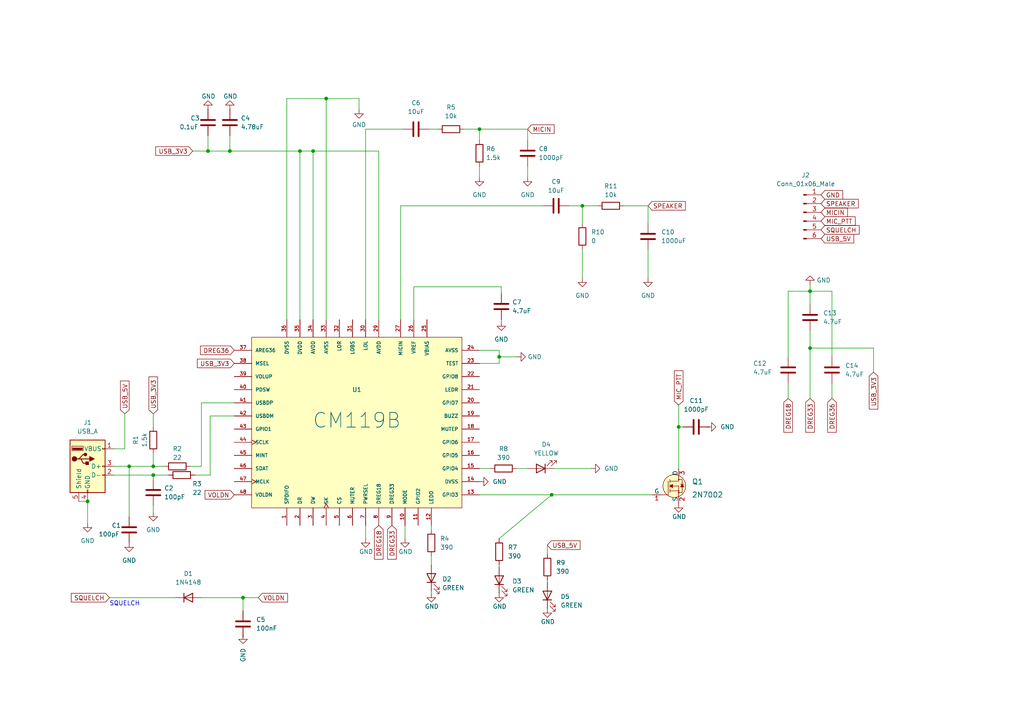
<source format=kicad_sch>
(kicad_sch (version 20211123) (generator eeschema)
  (paper "A4")
  (lib_symbols
    (symbol "CM119B:CM119B" (pin_names (offset 1.016))
      (property "Reference" "U?" (at 0 6.35 0))
      (property "Value" "CM119B" (at 0 -2.54 0))
      (symbol "CM119B_0_0"
        (rectangle (start -30.48 21.59) (end 30.48 -27.94) (stroke (width 0.1524)) (fill (type background)))
        (pin output line (at -20.32 -33.02 90) (length 5.08) (name "SPDIFO") (number "1"))
        (pin input line (at 13.97 -33.02 90) (length 5.08) (name "MODE") (number "10"))
        (pin bidirectional line (at 17.78 -33.02 90) (length 5.08) (name "GPIO2") (number "11"))
        (pin output line (at 21.59 -33.02 90) (length 5.08) (name "LEDO") (number "12"))
        (pin bidirectional line (at 35.56 -24.13 180) (length 5.08) (name "GPIO3") (number "13"))
        (pin power_in line (at 35.56 -20.32 180) (length 5.08) (name "DVSS") (number "14"))
        (pin bidirectional line (at 35.56 -16.51 180) (length 5.08) (name "GPIO4") (number "15"))
        (pin bidirectional line (at 35.56 -12.7 180) (length 5.08) (name "GPIO5") (number "16"))
        (pin bidirectional line (at 35.56 -8.89 180) (length 5.08) (name "GPIO6") (number "17"))
        (pin input line (at 35.56 -5.08 180) (length 5.08) (name "MUTEP") (number "18"))
        (pin output line (at 35.56 -1.27 180) (length 5.08) (name "BUZZ") (number "19"))
        (pin bidirectional line (at -16.51 -33.02 90) (length 5.08) (name "DR") (number "2"))
        (pin bidirectional line (at 35.56 2.54 180) (length 5.08) (name "GPIO7") (number "20"))
        (pin output line (at 35.56 6.35 180) (length 5.08) (name "LEDR") (number "21"))
        (pin bidirectional line (at 35.56 10.16 180) (length 5.08) (name "GPIO8") (number "22"))
        (pin input line (at 35.56 13.97 180) (length 5.08) (name "TEST") (number "23"))
        (pin power_in line (at 35.56 17.78 180) (length 5.08) (name "AVSS") (number "24"))
        (pin output line (at 20.32 26.67 270) (length 5.08) (name "VBIAS") (number "25"))
        (pin output line (at 16.51 26.67 270) (length 5.08) (name "VREF") (number "26"))
        (pin input line (at 12.7 26.67 270) (length 5.08) (name "MICIN") (number "27"))
        (pin power_in line (at 6.35 26.67 270) (length 5.08) (name "AVDD") (number "29"))
        (pin output line (at -12.7 -33.02 90) (length 5.08) (name "DW") (number "3"))
        (pin output line (at 2.54 26.67 270) (length 5.08) (name "LOL") (number "30"))
        (pin output line (at -1.27 26.67 270) (length 5.08) (name "LOBS") (number "31"))
        (pin output line (at -5.08 26.67 270) (length 5.08) (name "LOR") (number "32"))
        (pin power_in line (at -8.89 26.67 270) (length 5.08) (name "AVSS") (number "33"))
        (pin power_in line (at -12.7 26.67 270) (length 5.08) (name "AVDD") (number "34"))
        (pin power_in line (at -16.51 26.67 270) (length 5.08) (name "DVDD") (number "35"))
        (pin power_in line (at -20.32 26.67 270) (length 5.08) (name "DVSS") (number "36"))
        (pin power_in line (at -35.56 17.78 0) (length 5.08) (name "AREG36") (number "37"))
        (pin input line (at -35.56 13.97 0) (length 5.08) (name "MSEL") (number "38"))
        (pin input line (at -35.56 10.16 0) (length 5.08) (name "VOLUP") (number "39"))
        (pin output clock (at -8.89 -33.02 90) (length 5.08) (name "SK") (number "4"))
        (pin output line (at -35.56 6.35 0) (length 5.08) (name "PDSW") (number "40"))
        (pin bidirectional line (at -35.56 2.54 0) (length 5.08) (name "USBDP") (number "41"))
        (pin bidirectional line (at -35.56 -1.27 0) (length 5.08) (name "USBDM") (number "42"))
        (pin bidirectional line (at -35.56 -5.08 0) (length 5.08) (name "GPIO1") (number "43"))
        (pin bidirectional clock (at -35.56 -8.89 0) (length 5.08) (name "SCLK") (number "44"))
        (pin output line (at -35.56 -12.7 0) (length 5.08) (name "MINT") (number "45"))
        (pin bidirectional line (at -35.56 -16.51 0) (length 5.08) (name "SDAT") (number "46"))
        (pin output clock (at -35.56 -20.32 0) (length 5.08) (name "MCLK") (number "47"))
        (pin input line (at -35.56 -24.13 0) (length 5.08) (name "VOLDN") (number "48"))
        (pin output line (at -5.08 -33.02 90) (length 5.08) (name "CS") (number "5"))
        (pin input line (at -1.27 -33.02 90) (length 5.08) (name "MUTER") (number "6"))
        (pin input line (at 2.54 -33.02 90) (length 5.08) (name "PWRSEL") (number "7"))
        (pin power_in line (at 6.35 -33.02 90) (length 5.08) (name "DREG18") (number "8"))
        (pin power_in line (at 10.16 -33.02 90) (length 5.08) (name "DREG33") (number "9"))
      )
    )
    (symbol "Connector:Conn_01x06_Male" (pin_names (offset 1.016) hide)
      (property "Reference" "J" (at 0 7.62 0))
      (property "Value" "Conn_01x06_Male" (at 0 -10.16 0))
      (symbol "Conn_01x06_Male_1_1"
        (polyline (pts (xy 1.27 -7.62) (xy 0.8636 -7.62)) (stroke (width 0.1524)))
        (polyline (pts (xy 1.27 -5.08) (xy 0.8636 -5.08)) (stroke (width 0.1524)))
        (polyline (pts (xy 1.27 -2.54) (xy 0.8636 -2.54)) (stroke (width 0.1524)))
        (polyline (pts (xy 1.27 0) (xy 0.8636 0)) (stroke (width 0.1524)))
        (polyline (pts (xy 1.27 2.54) (xy 0.8636 2.54)) (stroke (width 0.1524)))
        (polyline (pts (xy 1.27 5.08) (xy 0.8636 5.08)) (stroke (width 0.1524)))
        (rectangle (start 0.8636 -7.493) (end 0 -7.747) (stroke (width 0.1524)) (fill (type outline)))
        (rectangle (start 0.8636 -4.953) (end 0 -5.207) (stroke (width 0.1524)) (fill (type outline)))
        (rectangle (start 0.8636 -2.413) (end 0 -2.667) (stroke (width 0.1524)) (fill (type outline)))
        (rectangle (start 0.8636 0.127) (end 0 -0.127) (stroke (width 0.1524)) (fill (type outline)))
        (rectangle (start 0.8636 2.667) (end 0 2.413) (stroke (width 0.1524)) (fill (type outline)))
        (rectangle (start 0.8636 5.207) (end 0 4.953) (stroke (width 0.1524)) (fill (type outline)))
        (pin passive line (at 5.08 5.08 180) (length 3.81) (name "Pin_1") (number "1"))
        (pin passive line (at 5.08 2.54 180) (length 3.81) (name "Pin_2") (number "2"))
        (pin passive line (at 5.08 0 180) (length 3.81) (name "Pin_3") (number "3"))
        (pin passive line (at 5.08 -2.54 180) (length 3.81) (name "Pin_4") (number "4"))
        (pin passive line (at 5.08 -5.08 180) (length 3.81) (name "Pin_5") (number "5"))
        (pin passive line (at 5.08 -7.62 180) (length 3.81) (name "Pin_6") (number "6"))
      )
    )
    (symbol "Connector:USB_A" (pin_names (offset 1.016))
      (property "Reference" "J" (at -5.08 11.43 0))
      (property "Value" "USB_A" (at -5.08 8.89 0))
      (symbol "USB_A_0_1"
        (rectangle (start -5.08 -7.62) (end 5.08 7.62) (stroke (width 0.254)) (fill (type background)))
        (circle (center -3.81 2.159) (radius 0.635) (stroke (width 0.254)) (fill (type outline)))
        (rectangle (start -1.524 4.826) (end -4.318 5.334) (fill (type outline)))
        (rectangle (start -1.27 4.572) (end -4.572 5.842))
        (circle (center -0.635 3.429) (radius 0.381) (stroke (width 0.254)) (fill (type outline)))
        (rectangle (start -0.127 -7.62) (end 0.127 -6.858))
        (polyline (pts (xy -3.175 2.159) (xy -2.54 2.159) (xy -1.27 3.429) (xy -0.635 3.429)) (stroke (width 0.254)))
        (polyline (pts (xy -2.54 2.159) (xy -1.905 2.159) (xy -1.27 0.889) (xy 0 0.889)) (stroke (width 0.254)))
        (polyline (pts (xy 0.635 2.794) (xy 0.635 1.524) (xy 1.905 2.159) (xy 0.635 2.794)) (stroke (width 0.254)) (fill (type outline)))
        (rectangle (start 0.254 1.27) (end -0.508 0.508) (stroke (width 0.254)) (fill (type outline)))
        (rectangle (start 5.08 -2.667) (end 4.318 -2.413))
        (rectangle (start 5.08 -0.127) (end 4.318 0.127))
        (rectangle (start 5.08 4.953) (end 4.318 5.207))
      )
      (symbol "USB_A_1_1"
        (polyline (pts (xy -1.905 2.159) (xy 0.635 2.159)) (stroke (width 0.254)))
        (pin power_in line (at 7.62 5.08 180) (length 2.54) (name "VBUS") (number "1"))
        (pin bidirectional line (at 7.62 -2.54 180) (length 2.54) (name "D-") (number "2"))
        (pin bidirectional line (at 7.62 0 180) (length 2.54) (name "D+") (number "3"))
        (pin power_in line (at 0 -10.16 90) (length 2.54) (name "GND") (number "4"))
        (pin passive line (at -2.54 -10.16 90) (length 2.54) (name "Shield") (number "5"))
      )
    )
    (symbol "Device:C" (pin_numbers hide) (pin_names (offset 0.254))
      (property "Reference" "C" (at 0.635 2.54 0))
      (property "Value" "C" (at 0.635 -2.54 0))
      (symbol "C_0_1"
        (polyline (pts (xy -2.032 -0.762) (xy 2.032 -0.762)) (stroke (width 0.508)))
        (polyline (pts (xy -2.032 0.762) (xy 2.032 0.762)) (stroke (width 0.508)))
      )
      (symbol "C_1_1"
        (pin passive line (at 0 3.81 270) (length 2.794) (name "~") (number "1"))
        (pin passive line (at 0 -3.81 90) (length 2.794) (name "~") (number "2"))
      )
    )
    (symbol "Device:LED" (pin_numbers hide) (pin_names (offset 1.016) hide)
      (property "Reference" "D" (at 0 2.54 0))
      (property "Value" "LED" (at 0 -2.54 0))
      (symbol "LED_0_1"
        (polyline (pts (xy -1.27 -1.27) (xy -1.27 1.27)) (stroke (width 0.254)))
        (polyline (pts (xy -1.27 0) (xy 1.27 0)))
        (polyline (pts (xy 1.27 -1.27) (xy 1.27 1.27) (xy -1.27 0) (xy 1.27 -1.27)) (stroke (width 0.254)))
        (polyline (pts (xy -3.048 -0.762) (xy -4.572 -2.286) (xy -3.81 -2.286) (xy -4.572 -2.286) (xy -4.572 -1.524)))
        (polyline (pts (xy -1.778 -0.762) (xy -3.302 -2.286) (xy -2.54 -2.286) (xy -3.302 -2.286) (xy -3.302 -1.524)))
      )
      (symbol "LED_1_1"
        (pin passive line (at -3.81 0 0) (length 2.54) (name "K") (number "1"))
        (pin passive line (at 3.81 0 180) (length 2.54) (name "A") (number "2"))
      )
    )
    (symbol "Device:R" (pin_numbers hide) (pin_names (offset 0))
      (property "Reference" "R" (at 2.032 0 90))
      (property "Value" "R" (at 0 0 90))
      (symbol "R_0_1"
        (rectangle (start -1.016 -2.54) (end 1.016 2.54) (stroke (width 0.254)))
      )
      (symbol "R_1_1"
        (pin passive line (at 0 3.81 270) (length 1.27) (name "~") (number "1"))
        (pin passive line (at 0 -3.81 90) (length 1.27) (name "~") (number "2"))
      )
    )
    (symbol "Diode:1N4148" (pin_numbers hide) (pin_names (offset 1.016) hide)
      (property "Reference" "D" (at 0 2.54 0))
      (property "Value" "1N4148" (at 0 -2.54 0))
      (symbol "1N4148_0_1"
        (polyline (pts (xy -1.27 1.27) (xy -1.27 -1.27)) (stroke (width 0.254)))
        (polyline (pts (xy 1.27 0) (xy -1.27 0)))
        (polyline (pts (xy 1.27 1.27) (xy 1.27 -1.27) (xy -1.27 0) (xy 1.27 1.27)) (stroke (width 0.254)))
      )
      (symbol "1N4148_1_1"
        (pin passive line (at -3.81 0 0) (length 2.54) (name "K") (number "1"))
        (pin passive line (at 3.81 0 180) (length 2.54) (name "A") (number "2"))
      )
    )
    (symbol "dk_Transistors-FETs-MOSFETs-Single:2N7002" (pin_names (offset 0))
      (property "Reference" "Q" (at -2.6924 3.6322 0))
      (property "Value" "2N7002" (at 3.4544 0 90))
      (symbol "2N7002_0_1"
        (circle (center -1.27 0) (radius 3.302) (fill (type background)))
        (circle (center 0 -1.905) (radius 0.127))
        (circle (center 0 -1.397) (radius 0.127))
        (polyline (pts (xy 0 -1.397) (xy -2.54 -1.397)))
        (polyline (pts (xy -5.08 -2.54) (xy -3.048 -2.54) (xy -3.048 1.397)))
        (polyline (pts (xy 0 -2.54) (xy 0 0) (xy -2.54 0)))
        (polyline (pts (xy 0 2.54) (xy 0 1.397) (xy -2.54 1.397)))
        (polyline (pts (xy -0.127 -1.905) (xy 1.016 -1.905) (xy 1.016 1.397) (xy 1.016 1.905) (xy -0.127 1.905)))
        (circle (center 0 1.905) (radius 0.127))
      )
      (symbol "2N7002_1_1"
        (polyline (pts (xy -2.54 -1.397) (xy -2.54 -1.905)))
        (polyline (pts (xy -2.54 -1.397) (xy -2.54 -0.889)))
        (polyline (pts (xy -2.54 0) (xy -2.54 -0.508)))
        (polyline (pts (xy -2.54 0) (xy -2.54 0.508)))
        (polyline (pts (xy -2.54 1.905) (xy -2.54 0.889)))
        (polyline (pts (xy 1.524 0.508) (xy 0.508 0.508)))
        (polyline (pts (xy -2.54 0) (xy -1.778 0.508) (xy -1.778 -0.508) (xy -2.54 0)) (fill (type outline)))
        (polyline (pts (xy 1.016 0.508) (xy 0.508 -0.254) (xy 1.524 -0.254) (xy 1.016 0.508)) (fill (type outline)))
        (pin bidirectional line (at -7.62 -2.54 0) (length 2.54) (name "G") (number "1"))
        (pin bidirectional line (at 0 -5.08 90) (length 2.54) (name "S") (number "2"))
        (pin bidirectional line (at 0 5.08 270) (length 2.54) (name "D") (number "3"))
      )
    )
    (symbol "power:GND" (power) (pin_names (offset 0))
      (property "Value" "GND" (at 0 -3.81 0))
      (symbol "GND_0_1"
        (polyline (pts (xy 0 0) (xy 0 -1.27) (xy 1.27 -1.27) (xy 0 -2.54) (xy -1.27 -1.27) (xy 0 -1.27)))
      )
      (symbol "GND_1_1"
        (pin power_in line (at 0 0 270) (length 0) hide (name "GND") (number "1"))
      )
    )
  )
  (junction (at 90.805 43.815))
  (junction (at 70.485 173.355))
  (junction (at 160.02 143.51))
  (junction (at 234.95 100.965))
  (junction (at 139.065 37.465))
  (junction (at 37.465 135.255))
  (junction (at 66.675 43.815))
  (junction (at 196.85 123.825))
  (junction (at 60.325 43.815))
  (junction (at 168.91 59.69))
  (junction (at 44.45 137.795))
  (junction (at 234.95 84.455))
  (junction (at 144.78 103.505))
  (junction (at 44.45 135.255))
  (junction (at 86.995 43.815))
  (junction (at 94.615 28.575))
  (junction (at 25.4 145.415))
  (wire (pts (xy 144.78 105.41) (xy 144.78 103.505)))
  (wire (pts (xy 145.415 92.71) (xy 145.415 93.345)))
  (wire (pts (xy 153.035 37.465) (xy 153.035 40.64)))
  (wire (pts (xy 58.42 135.255) (xy 58.42 116.84)))
  (wire (pts (xy 58.42 116.84) (xy 67.945 116.84)))
  (wire (pts (xy 139.065 105.41) (xy 144.78 105.41)))
  (wire (pts (xy 153.035 48.26) (xy 153.035 51.435)))
  (wire (pts (xy 83.185 92.71) (xy 83.185 28.575)))
  (wire (pts (xy 37.465 135.255) (xy 37.465 149.86)))
  (wire (pts (xy 90.805 43.815) (xy 109.855 43.815)))
  (wire (pts (xy 44.45 137.795) (xy 44.45 139.065)))
  (wire (pts (xy 124.46 37.465) (xy 127 37.465)))
  (wire (pts (xy 145.415 83.185) (xy 145.415 85.09)))
  (wire (pts (xy 134.62 37.465) (xy 139.065 37.465)))
  (wire (pts (xy 94.615 92.71) (xy 94.615 28.575)))
  (wire (pts (xy 31.75 173.355) (xy 50.8 173.355)))
  (wire (pts (xy 70.485 173.355) (xy 74.93 173.355)))
  (wire (pts (xy 165.1 59.69) (xy 168.91 59.69)))
  (wire (pts (xy 120.015 83.185) (xy 120.015 92.71)))
  (wire (pts (xy 139.065 135.89) (xy 142.24 135.89)))
  (wire (pts (xy 117.475 156.21) (xy 117.475 152.4)))
  (wire (pts (xy 44.45 120.015) (xy 44.45 123.825)))
  (wire (pts (xy 58.42 173.355) (xy 70.485 173.355)))
  (wire (pts (xy 228.6 84.455) (xy 234.95 84.455)))
  (wire (pts (xy 60.96 120.65) (xy 60.96 137.795)))
  (wire (pts (xy 139.065 143.51) (xy 160.02 143.51)))
  (wire (pts (xy 109.855 43.815) (xy 109.855 92.71)))
  (wire (pts (xy 44.45 137.795) (xy 48.895 137.795)))
  (wire (pts (xy 106.045 156.21) (xy 106.045 152.4)))
  (wire (pts (xy 168.91 72.39) (xy 168.91 80.645)))
  (wire (pts (xy 234.95 88.265) (xy 234.95 84.455)))
  (wire (pts (xy 187.96 59.69) (xy 187.96 64.77)))
  (wire (pts (xy 60.325 39.37) (xy 60.325 43.815)))
  (wire (pts (xy 70.485 173.355) (xy 70.485 177.165)))
  (wire (pts (xy 139.065 37.465) (xy 139.065 40.64)))
  (wire (pts (xy 187.96 72.39) (xy 187.96 80.645)))
  (wire (pts (xy 144.78 101.6) (xy 139.065 101.6)))
  (wire (pts (xy 198.12 123.825) (xy 196.85 123.825)))
  (wire (pts (xy 22.86 145.415) (xy 25.4 145.415)))
  (wire (pts (xy 196.85 117.475) (xy 196.85 123.825)))
  (wire (pts (xy 116.205 92.71) (xy 116.205 59.69)))
  (wire (pts (xy 125.095 161.29) (xy 125.095 163.83)))
  (wire (pts (xy 241.3 84.455) (xy 241.3 103.505)))
  (wire (pts (xy 44.45 135.255) (xy 47.625 135.255)))
  (wire (pts (xy 234.95 100.965) (xy 234.95 95.885)))
  (wire (pts (xy 234.95 82.55) (xy 234.95 84.455)))
  (wire (pts (xy 56.515 137.795) (xy 60.96 137.795)))
  (wire (pts (xy 120.015 83.185) (xy 145.415 83.185)))
  (wire (pts (xy 168.91 59.69) (xy 168.91 64.77)))
  (wire (pts (xy 55.245 135.255) (xy 58.42 135.255)))
  (wire (pts (xy 234.95 100.965) (xy 253.365 100.965)))
  (wire (pts (xy 37.465 135.255) (xy 44.45 135.255)))
  (wire (pts (xy 253.365 100.965) (xy 253.365 107.95)))
  (wire (pts (xy 55.88 43.815) (xy 60.325 43.815)))
  (wire (pts (xy 234.95 84.455) (xy 241.3 84.455)))
  (wire (pts (xy 36.195 120.015) (xy 36.195 130.175)))
  (wire (pts (xy 168.91 59.69) (xy 173.355 59.69)))
  (wire (pts (xy 94.615 28.575) (xy 104.14 28.575)))
  (wire (pts (xy 83.185 28.575) (xy 94.615 28.575)))
  (wire (pts (xy 196.85 135.89) (xy 196.85 123.825)))
  (wire (pts (xy 160.02 143.51) (xy 189.23 143.51)))
  (wire (pts (xy 106.045 37.465) (xy 116.84 37.465)))
  (wire (pts (xy 60.325 43.815) (xy 66.675 43.815)))
  (wire (pts (xy 33.02 130.175) (xy 36.195 130.175)))
  (wire (pts (xy 125.095 152.4) (xy 125.095 153.67)))
  (wire (pts (xy 33.02 135.255) (xy 37.465 135.255)))
  (wire (pts (xy 70.485 184.785) (xy 70.485 184.15)))
  (wire (pts (xy 139.065 37.465) (xy 153.035 37.465)))
  (wire (pts (xy 90.805 92.71) (xy 90.805 43.815)))
  (wire (pts (xy 158.75 158.115) (xy 158.75 160.655)))
  (wire (pts (xy 144.78 103.505) (xy 149.86 103.505)))
  (wire (pts (xy 144.78 163.83) (xy 144.78 164.465)))
  (wire (pts (xy 180.975 59.69) (xy 187.96 59.69)))
  (wire (pts (xy 241.3 111.125) (xy 241.3 115.57)))
  (wire (pts (xy 116.205 59.69) (xy 157.48 59.69)))
  (wire (pts (xy 106.045 92.71) (xy 106.045 37.465)))
  (wire (pts (xy 205.74 123.825) (xy 205.105 123.825)))
  (wire (pts (xy 25.4 145.415) (xy 25.4 151.765)))
  (wire (pts (xy 160.02 143.51) (xy 144.78 156.21)))
  (wire (pts (xy 160.655 135.89) (xy 171.45 135.89)))
  (wire (pts (xy 139.065 48.26) (xy 139.065 51.435)))
  (wire (pts (xy 158.75 168.275) (xy 158.75 168.91)))
  (wire (pts (xy 228.6 111.125) (xy 228.6 115.57)))
  (wire (pts (xy 228.6 103.505) (xy 228.6 84.455)))
  (wire (pts (xy 44.45 137.795) (xy 33.02 137.795)))
  (wire (pts (xy 86.995 92.71) (xy 86.995 43.815)))
  (wire (pts (xy 86.995 43.815) (xy 90.805 43.815)))
  (wire (pts (xy 149.86 135.89) (xy 153.035 135.89)))
  (wire (pts (xy 44.45 146.685) (xy 44.45 148.59)))
  (wire (pts (xy 67.945 120.65) (xy 60.96 120.65)))
  (wire (pts (xy 144.78 103.505) (xy 144.78 101.6)))
  (wire (pts (xy 66.675 43.815) (xy 86.995 43.815)))
  (wire (pts (xy 125.095 171.45) (xy 125.095 172.085)))
  (wire (pts (xy 66.675 39.37) (xy 66.675 43.815)))
  (wire (pts (xy 44.45 131.445) (xy 44.45 135.255)))
  (wire (pts (xy 234.95 100.965) (xy 234.95 115.57)))
  (wire (pts (xy 104.14 28.575) (xy 104.14 31.75)))
  (text "SQUELCH" (at 31.75 175.895 0) (effects (font (size 1.27 1.27)) (justify left bottom)))
  (global_label "MIC_PTT" (shape input) (at 196.85 117.475 90) (property "Intersheet References" "${INTERSHEET_REFS}" (effects hide)))
  (global_label "MICIN" (shape input) (at 238.125 61.595 0) (property "Intersheet References" "${INTERSHEET_REFS}" (effects hide)))
  (global_label "VOLDN" (shape input) (at 74.93 173.355 0) (property "Intersheet References" "${INTERSHEET_REFS}" (effects hide)))
  (global_label "USB_5V" (shape input) (at 36.195 120.015 90) (property "Intersheet References" "${INTERSHEET_REFS}" (effects hide)))
  (global_label "DREG36" (shape input) (at 67.945 101.6 180) (property "Intersheet References" "${INTERSHEET_REFS}" (effects hide)))
  (global_label "SPEAKER" (shape input) (at 187.96 59.69 0) (property "Intersheet References" "${INTERSHEET_REFS}" (effects hide)))
  (global_label "MICIN" (shape input) (at 153.035 37.465 0) (property "Intersheet References" "${INTERSHEET_REFS}" (effects hide)))
  (global_label "USB_5V" (shape input) (at 158.75 158.115 0) (property "Intersheet References" "${INTERSHEET_REFS}" (effects hide)))
  (global_label "DREG33" (shape input) (at 113.665 152.4 270) (property "Intersheet References" "${INTERSHEET_REFS}" (effects hide)))
  (global_label "SQUELCH" (shape input) (at 238.125 66.675 0) (property "Intersheet References" "${INTERSHEET_REFS}" (effects hide)))
  (global_label "DREG18" (shape input) (at 109.855 152.4 270) (property "Intersheet References" "${INTERSHEET_REFS}" (effects hide)))
  (global_label "DREG33" (shape input) (at 234.95 115.57 270) (property "Intersheet References" "${INTERSHEET_REFS}" (effects hide)))
  (global_label "USB_3V3" (shape input) (at 44.45 120.015 90) (property "Intersheet References" "${INTERSHEET_REFS}" (effects hide)))
  (global_label "SPEAKER" (shape input) (at 238.125 59.055 0) (property "Intersheet References" "${INTERSHEET_REFS}" (effects hide)))
  (global_label "USB_3V3" (shape input) (at 253.365 107.95 270) (property "Intersheet References" "${INTERSHEET_REFS}" (effects hide)))
  (global_label "DREG18" (shape input) (at 228.6 115.57 270) (property "Intersheet References" "${INTERSHEET_REFS}" (effects hide)))
  (global_label "GND" (shape input) (at 238.125 56.515 0) (property "Intersheet References" "${INTERSHEET_REFS}" (effects hide)))
  (global_label "USB_3V3" (shape input) (at 67.945 105.41 180) (property "Intersheet References" "${INTERSHEET_REFS}" (effects hide)))
  (global_label "USB_3V3" (shape input) (at 55.88 43.815 180) (property "Intersheet References" "${INTERSHEET_REFS}" (effects hide)))
  (global_label "DREG36" (shape input) (at 241.3 115.57 270) (property "Intersheet References" "${INTERSHEET_REFS}" (effects hide)))
  (global_label "MIC_PTT" (shape input) (at 238.125 64.135 0) (property "Intersheet References" "${INTERSHEET_REFS}" (effects hide)))
  (global_label "VOLDN" (shape input) (at 67.945 143.51 180) (property "Intersheet References" "${INTERSHEET_REFS}" (effects hide)))
  (global_label "SQUELCH" (shape input) (at 31.75 173.355 180) (property "Intersheet References" "${INTERSHEET_REFS}" (effects hide)))
  (global_label "USB_5V" (shape input) (at 238.125 69.215 0) (property "Intersheet References" "${INTERSHEET_REFS}" (effects hide)))
  (symbol (lib_id "power:GND") (at 125.095 172.085 0) (unit 1)
    (property "Reference" "#PWR010" (effects hide))
    (property "Value" "GND" (at 123.19 175.895 0) (effects (justify left)))
  )
  (symbol (lib_id "Device:C") (at 161.29 59.69 270) (unit 1)
    (property "Reference" "C9" (at 161.29 52.705 90))
    (property "Value" "10uF" (at 161.29 55.245 90))
    (property "Footprint" "Capacitor_SMD:C_0402_1005Metric" (effects hide))
  )
  (symbol (lib_id "power:GND") (at 158.75 176.53 0) (unit 1)
    (property "Reference" "#PWR017" (effects hide))
    (property "Value" "GND" (at 156.845 180.34 0) (effects (justify left)))
  )
  (symbol (lib_id "power:GND") (at 139.065 139.7 90) (unit 1)
    (property "Reference" "#PWR012" (effects hide))
    (property "Value" "GND" (at 142.875 139.6999 90) (effects (justify right)))
  )
  (symbol (lib_id "Device:R") (at 125.095 157.48 0) (unit 1)
    (property "Reference" "R4" (at 127.635 156.2099 0) (effects (justify left)))
    (property "Value" "390" (at 127.635 158.7499 0) (effects (justify left)))
    (property "Footprint" "Resistor_SMD:R_0402_1005Metric" (effects hide))
    (property "Datasheet" "https://www.yageo.com/upload/media/product/productsearch/datasheet/rchip/PYu-RT_1-to-0.01_RoHS_L_12.pdf" (effects hide))
    (property "Digi-Key_PN" "13-RT0402FRE07390RLTR-ND" (effects hide))
    (property "MANUFACTURER" "YAGEO" (effects hide))
    (property "MPN" "RT0402FRE07390RL" (effects hide))
  )
  (symbol (lib_id "power:GND") (at 205.105 123.825 90) (unit 1)
    (property "Reference" "#PWR022" (effects hide))
    (property "Value" "GND" (at 208.915 123.8249 90) (effects (justify right)))
  )
  (symbol (lib_id "Device:R") (at 158.75 164.465 0) (unit 1)
    (property "Reference" "R9" (at 161.29 163.1949 0) (effects (justify left)))
    (property "Value" "390" (at 161.29 165.7349 0) (effects (justify left)))
    (property "Footprint" "Resistor_SMD:R_0402_1005Metric" (effects hide))
    (property "Datasheet" "https://www.yageo.com/upload/media/product/productsearch/datasheet/rchip/PYu-RT_1-to-0.01_RoHS_L_12.pdf" (effects hide))
    (property "Digi-Key_PN" "13-RT0402FRE07390RLTR-ND" (effects hide))
    (property "MANUFACTURER" "YAGEO" (effects hide))
    (property "MPN" "RT0402FRE07390RL" (effects hide))
  )
  (symbol (lib_id "Device:R") (at 130.81 37.465 90) (unit 1)
    (property "Reference" "R5" (at 130.81 31.115 90))
    (property "Value" "10k" (at 130.81 33.655 90))
    (property "Footprint" "Resistor_SMD:R_0402_1005Metric" (effects hide))
    (property "MANUFACTURER" "YAGEO" (effects hide))
  )
  (symbol (lib_id "Device:C") (at 120.65 37.465 90) (unit 1)
    (property "Reference" "C6" (at 120.65 29.845 90))
    (property "Value" "10uF" (at 120.65 32.385 90))
    (property "Footprint" "Capacitor_SMD:C_0402_1005Metric" (effects hide))
  )
  (symbol (lib_id "power:GND") (at 168.91 80.645 0) (unit 1)
    (property "Reference" "#PWR018" (effects hide))
    (property "Value" "GND" (at 168.91 85.725 0))
  )
  (symbol (lib_id "Device:C") (at 60.325 35.56 0) (unit 1)
    (property "Reference" "C3" (at 55.245 34.29 0) (effects (justify left)))
    (property "Value" "0.1uF" (at 52.07 36.83 0) (effects (justify left)))
    (property "Footprint" "Capacitor_SMD:C_0402_1005Metric" (effects hide))
    (property "Datasheet" "https://connect.kemet.com:7667/gateway/IntelliData-ComponentDocumentation/1.0/download/datasheet/C0402C104J4RACTU" (effects hide))
    (property "Manufacturer" "KEMET" (effects hide))
    (property "MPN" "C0402C104J4RAC7867" (effects hide))
    (property "Digi-Key_PN" "399-C0402C104J4RAC7867TR-ND" (effects hide))
    (property "MANUFACTURER" "KEMET" (effects hide))
  )
  (symbol (lib_id "Device:LED") (at 156.845 135.89 180) (unit 1)
    (property "Reference" "D4" (at 158.4325 128.905 0))
    (property "Value" "YELLOW" (at 158.4325 131.445 0))
    (property "Footprint" "LED_SMD:LED_0603_1608Metric" (effects hide))
  )
  (symbol (lib_id "power:GND") (at 25.4 151.765 0) (unit 1)
    (property "Reference" "#PWR01" (effects hide))
    (property "Value" "GND" (at 25.4 156.845 0))
  )
  (symbol (lib_id "power:GND") (at 139.065 51.435 0) (unit 1)
    (property "Reference" "#PWR011" (effects hide))
    (property "Value" "GND" (at 139.065 56.515 0))
  )
  (symbol (lib_id "Device:C") (at 234.95 92.075 180) (unit 1)
    (property "Reference" "C13" (at 238.76 90.8049 0) (effects (justify right)))
    (property "Value" "4.7uF" (at 238.76 93.3449 0) (effects (justify right)))
    (property "Footprint" "Capacitor_SMD:C_0402_1005Metric" (effects hide))
  )
  (symbol (lib_id "dk_Transistors-FETs-MOSFETs-Single:2N7002") (at 196.85 140.97 0) (unit 1)
    (property "Reference" "Q1" (at 200.66 139.7 0) (effects (font (size 1.524 1.524)) (justify left)))
    (property "Value" "2N7002" (at 200.66 143.51 0) (effects (font (size 1.524 1.524)) (justify left)))
    (property "Footprint" "Package_TO_SOT_SMD:SOT-23" (effects hide))
    (property "Datasheet" "https://www.onsemi.com/pub/Collateral/NDS7002A-D.PDF" (effects hide))
    (property "Digi-Key_PN" "497-3111-2-ND" (effects hide))
    (property "MPN" "2N7002" (effects hide))
    (property "Category" "Discrete Semiconductor Products" (effects hide))
    (property "Family" "Transistors - FETs, MOSFETs - Single" (effects hide))
    (property "DK_Datasheet_Link" "https://www.onsemi.com/pub/Collateral/NDS7002A-D.PDF" (effects hide))
    (property "DK_Detail_Page" "/product-detail/en/on-semiconductor/2N7002/2N7002NCT-ND/244664" (effects hide))
    (property "Description" "MOSFET N-CH 60V 115MA SOT-23" (effects hide))
    (property "Manufacturer" "ON Semiconductor" (effects hide))
    (property "Status" "Active" (effects hide))
    (property "MANUFACTURER" "STMicroelectronics" (effects hide))
  )
  (symbol (lib_id "power:GND") (at 117.475 156.21 0) (unit 1)
    (property "Reference" "#PWR09" (effects hide))
    (property "Value" "GND" (at 115.57 160.02 0) (effects (justify left)))
  )
  (symbol (lib_id "Device:C") (at 187.96 68.58 0) (unit 1)
    (property "Reference" "C10" (at 191.77 67.3099 0) (effects (justify left)))
    (property "Value" "1000uF" (at 191.77 69.8499 0) (effects (justify left)))
    (property "Footprint" "Resistor_SMD:R_0402_1005Metric" (effects hide))
    (property "MANUFACTURER" "YAGEO" (effects hide))
  )
  (symbol (lib_id "power:GND") (at 60.325 31.75 180) (unit 1)
    (property "Reference" "#PWR04" (effects hide))
    (property "Value" "GND" (at 58.42 27.94 0) (effects (justify right)))
  )
  (symbol (lib_id "power:GND") (at 37.465 157.48 0) (unit 1)
    (property "Reference" "#PWR02" (effects hide))
    (property "Value" "GND" (at 37.465 162.56 0))
  )
  (symbol (lib_id "Device:C") (at 66.675 35.56 0) (unit 1)
    (property "Reference" "C4" (at 69.85 34.2899 0) (effects (justify left)))
    (property "Value" "4.78uF" (at 69.85 36.8299 0) (effects (justify left)))
    (property "Footprint" "Capacitor_SMD:C_0402_1005Metric" (effects hide))
  )
  (symbol (lib_id "Device:R") (at 177.165 59.69 90) (unit 1)
    (property "Reference" "R11" (at 177.165 53.975 90))
    (property "Value" "10k" (at 177.165 56.515 90))
    (property "Footprint" "Resistor_SMD:R_0402_1005Metric" (effects hide))
    (property "MANUFACTURER" "YAGEO" (effects hide))
  )
  (symbol (lib_id "Device:R") (at 144.78 160.02 0) (unit 1)
    (property "Reference" "R7" (at 147.32 158.7499 0) (effects (justify left)))
    (property "Value" "390" (at 147.32 161.2899 0) (effects (justify left)))
    (property "Footprint" "Resistor_SMD:R_0402_1005Metric" (effects hide))
    (property "Datasheet" "https://www.yageo.com/upload/media/product/productsearch/datasheet/rchip/PYu-RT_1-to-0.01_RoHS_L_12.pdf" (effects hide))
    (property "Digi-Key_PN" "13-RT0402FRE07390RLTR-ND" (effects hide))
    (property "MANUFACTURER" "YAGEO" (effects hide))
    (property "MPN" "RT0402FRE07390RL" (effects hide))
  )
  (symbol (lib_id "power:GND") (at 66.675 31.75 180) (unit 1)
    (property "Reference" "#PWR05" (effects hide))
    (property "Value" "GND" (at 64.77 27.94 0) (effects (justify right)))
  )
  (symbol (lib_id "power:GND") (at 104.14 31.75 0) (unit 1)
    (property "Reference" "#PWR07" (effects hide))
    (property "Value" "GND" (at 104.14 36.195 0))
  )
  (symbol (lib_id "power:GND") (at 70.485 184.15 0) (unit 1)
    (property "Reference" "#PWR06" (effects hide))
    (property "Value" "GND" (at 70.4851 187.96 90) (effects (justify right)))
  )
  (symbol (lib_id "Device:LED") (at 158.75 172.72 90) (unit 1)
    (property "Reference" "D5" (at 162.56 173.0374 90) (effects (justify right)))
    (property "Value" "GREEN" (at 162.56 175.5774 90) (effects (justify right)))
    (property "Footprint" "LED_SMD:LED_0603_1608Metric" (effects hide))
  )
  (symbol (lib_id "Device:C") (at 37.465 153.67 0) (unit 1)
    (property "Reference" "C1" (at 32.385 152.4 0) (effects (justify left)))
    (property "Value" "100pF" (at 28.575 154.94 0) (effects (justify left)))
    (property "Footprint" "Capacitor_SMD:C_0402_1005Metric" (effects hide))
  )
  (symbol (lib_id "Device:R") (at 146.05 135.89 90) (unit 1)
    (property "Reference" "R8" (at 146.05 130.175 90))
    (property "Value" "390" (at 146.05 132.715 90))
    (property "Footprint" "Resistor_SMD:R_0402_1005Metric" (effects hide))
    (property "Datasheet" "https://www.yageo.com/upload/media/product/productsearch/datasheet/rchip/PYu-RT_1-to-0.01_RoHS_L_12.pdf" (effects hide))
    (property "Digi-Key_PN" "13-RT0402FRE07390RLTR-ND" (effects hide))
    (property "MANUFACTURER" "YAGEO" (effects hide))
    (property "MPN" "RT0402FRE07390RL" (effects hide))
  )
  (symbol (lib_id "power:GND") (at 145.415 93.345 0) (unit 1)
    (property "Reference" "#PWR014" (effects hide))
    (property "Value" "GND" (at 145.415 98.425 0))
  )
  (symbol (lib_id "power:GND") (at 153.035 51.435 0) (unit 1)
    (property "Reference" "#PWR016" (effects hide))
    (property "Value" "GND" (at 153.035 56.515 0))
  )
  (symbol (lib_id "Device:C") (at 44.45 142.875 0) (unit 1)
    (property "Reference" "C2" (at 47.625 141.605 0) (effects (justify left)))
    (property "Value" "100pF" (at 47.625 144.145 0) (effects (justify left)))
    (property "Footprint" "Capacitor_SMD:C_0402_1005Metric" (effects hide))
  )
  (symbol (lib_id "power:GND") (at 106.045 156.21 0) (unit 1)
    (property "Reference" "#PWR08" (effects hide))
    (property "Value" "GND" (at 104.14 160.02 0) (effects (justify left)))
  )
  (symbol (lib_id "power:GND") (at 171.45 135.89 90) (unit 1)
    (property "Reference" "#PWR019" (effects hide))
    (property "Value" "GND" (at 175.26 135.8899 90) (effects (justify right)))
  )
  (symbol (lib_id "Device:R") (at 168.91 68.58 0) (unit 1)
    (property "Reference" "R10" (at 171.45 67.3099 0) (effects (justify left)))
    (property "Value" "0" (at 171.45 69.8499 0) (effects (justify left)))
    (property "Footprint" "Resistor_SMD:R_0402_1005Metric" (effects hide))
    (property "MANUFACTURER" "YAGEO" (effects hide))
  )
  (symbol (lib_id "Device:C") (at 153.035 44.45 0) (unit 1)
    (property "Reference" "C8" (at 156.21 43.1799 0) (effects (justify left)))
    (property "Value" "1000pF" (at 156.21 45.7199 0) (effects (justify left)))
    (property "Footprint" "Capacitor_SMD:C_0402_1005Metric" (effects hide))
  )
  (symbol (lib_id "power:GND") (at 144.78 172.085 0) (unit 1)
    (property "Reference" "#PWR013" (effects hide))
    (property "Value" "GND" (at 142.875 175.895 0) (effects (justify left)))
  )
  (symbol (lib_id "Device:C") (at 228.6 107.315 180) (unit 1)
    (property "Reference" "C12" (at 218.44 105.41 0) (effects (justify right)))
    (property "Value" "4.7uF" (at 218.44 107.95 0) (effects (justify right)))
    (property "Footprint" "Capacitor_SMD:C_0402_1005Metric" (effects hide))
  )
  (symbol (lib_id "Device:R") (at 51.435 135.255 90) (unit 1)
    (property "Reference" "R2" (at 51.435 130.175 90))
    (property "Value" "22" (at 51.435 132.715 90))
    (property "Footprint" "Resistor_SMD:R_0402_1005Metric" (effects hide))
    (property "MANUFACTURER" "YAGEO" (effects hide))
  )
  (symbol (lib_id "Device:C") (at 70.485 180.975 0) (unit 1)
    (property "Reference" "C5" (at 74.295 179.7049 0) (effects (justify left)))
    (property "Value" "100nF" (at 74.295 182.2449 0) (effects (justify left)))
    (property "Footprint" "Capacitor_SMD:C_0402_1005Metric" (effects hide))
  )
  (symbol (lib_id "power:GND") (at 44.45 148.59 0) (unit 1)
    (property "Reference" "#PWR03" (effects hide))
    (property "Value" "GND" (at 44.45 153.67 0))
  )
  (symbol (lib_id "Device:R") (at 52.705 137.795 90) (unit 1)
    (property "Reference" "R3" (at 57.15 140.335 90))
    (property "Value" "22" (at 57.15 142.875 90))
    (property "Footprint" "Resistor_SMD:R_0402_1005Metric" (effects hide))
    (property "MANUFACTURER" "YAGEO" (effects hide))
  )
  (symbol (lib_id "Device:C") (at 201.93 123.825 90) (unit 1)
    (property "Reference" "C11" (at 201.93 116.205 90))
    (property "Value" "1000pF" (at 201.93 118.745 90))
    (property "Footprint" "Capacitor_SMD:C_0402_1005Metric" (effects hide))
  )
  (symbol (lib_id "power:GND") (at 187.96 80.645 0) (unit 1)
    (property "Reference" "#PWR020" (effects hide))
    (property "Value" "GND" (at 187.96 85.725 0))
  )
  (symbol (lib_id "Connector:USB_A") (at 25.4 135.255 0) (unit 1)
    (property "Reference" "J1" (at 25.4 122.555 0))
    (property "Value" "USB_A" (at 25.4 125.095 0))
    (property "Footprint" "Connector_USB:USB_A_Molex_67643_Horizontal" (effects hide))
    (property "Datasheet" "https://www.molex.com/pdm_docs/sd/676433910_sd.pdf" (effects hide))
    (property "Digi-Key_PN" "WM14667-ND" (effects hide))
    (property "MANUFACTURER" "Molex" (effects hide))
    (property "MPN" "0676433910" (effects hide))
  )
  (symbol (lib_id "Device:LED") (at 125.095 167.64 90) (unit 1)
    (property "Reference" "D2" (at 128.27 167.9574 90) (effects (justify right)))
    (property "Value" "GREEN" (at 128.27 170.4974 90) (effects (justify right)))
    (property "Footprint" "LED_SMD:LED_0603_1608Metric" (effects hide))
  )
  (symbol (lib_id "Diode:1N4148") (at 54.61 173.355 0) (unit 1)
    (property "Reference" "D1" (at 54.61 166.37 0))
    (property "Value" "1N4148" (at 54.61 168.91 0))
    (property "Footprint" "Diode_THT:D_DO-35_SOD27_P7.62mm_Horizontal" (effects hide))
    (property "Datasheet" "https://assets.nexperia.com/documents/data-sheet/1N4148_1N4448.pdf" (effects hide))
  )
  (symbol (lib_id "Device:R") (at 139.065 44.45 0) (unit 1)
    (property "Reference" "R6" (at 140.97 43.1799 0) (effects (justify left)))
    (property "Value" "1.5k" (at 140.97 45.7199 0) (effects (justify left)))
    (property "Footprint" "Resistor_SMD:R_0402_1005Metric" (effects hide))
    (property "Datasheet" "https://www.yageo.com/upload/media/product/productsearch/datasheet/rchip/PYu-RT_1-to-0.01_RoHS_L_12.pdf" (effects hide))
    (property "Digi-Key_PN" "YAG4349TR-ND" (effects hide))
    (property "MANUFACTURER" "YAGEO" (effects hide))
    (property "MPN" "RT0402BRE071K5L" (effects hide))
  )
  (symbol (lib_id "power:GND") (at 149.86 103.505 90) (unit 1)
    (property "Reference" "#PWR015" (effects hide))
    (property "Value" "GND" (at 153.035 103.5049 90) (effects (justify right)))
  )
  (symbol (lib_id "power:GND") (at 196.85 146.05 0) (unit 1)
    (property "Reference" "#PWR021" (effects hide))
    (property "Value" "GND" (at 194.945 149.86 0) (effects (justify left)))
  )
  (symbol (lib_id "Connector:Conn_01x06_Male") (at 233.045 61.595 0) (unit 1)
    (property "Reference" "J2" (at 233.68 50.8 0))
    (property "Value" "Conn_01x06_Male" (at 233.68 53.34 0))
    (property "Footprint" "Connector_PinHeader_2.54mm:PinHeader_1x06_P2.54mm_Horizontal" (effects hide))
    (property "Datasheet" "https://media.metz-connect.com/files/171/Data_sheet_PR202XXVBNN.PDF" (effects hide))
    (property "Digi-Key_PN" "1849-PR20206VBNN-ND" (effects hide))
    (property "MANUFACTURER" "METZ CONNECT USA Inc." (effects hide))
    (property "MPN" "PR20206VBNN" (effects hide))
  )
  (symbol (lib_id "power:GND") (at 234.95 82.55 180) (unit 1)
    (property "Reference" "#PWR023" (effects hide))
    (property "Value" "GND" (at 236.855 81.2799 0) (effects (justify right)))
  )
  (symbol (lib_id "Device:C") (at 241.3 107.315 180) (unit 1)
    (property "Reference" "C14" (at 245.11 106.0449 0) (effects (justify right)))
    (property "Value" "4.7uF" (at 245.11 108.5849 0) (effects (justify right)))
    (property "Footprint" "Capacitor_SMD:C_0402_1005Metric" (effects hide))
  )
  (symbol (lib_id "CM119B:CM119B") (at 103.505 119.38 0) (unit 1)
    (property "Reference" "U1" (at 103.505 113.03 0))
    (property "Value" "CM119B" (at 103.505 121.92 0) (effects (font (size 4.27 4.27))))
    (property "Footprint" "SnapEDA Library:QFP50P900X900X160-48N" (effects hide))
    (property "D2_NOM" "0.0" (effects hide))
    (property "E2_NOM" "0.0" (effects hide))
    (property "D_NOM" "9.0" (effects hide))
    (property "E1_MIN" "6.9" (effects hide))
    (property "E1_MAX" "6.9" (effects hide))
    (property "PIN_COUNT_E" "12.0" (effects hide))
    (property "PIN_COUNT_D" "12.0" (effects hide))
    (property "B_MAX" "0.2" (effects hide))
    (property "D1_MAX" "7.1" (effects hide))
    (property "PARTREV" "1" (effects hide))
    (property "ENOM" "0.5" (effects hide))
    (property "D1_MIN" "6.9" (effects hide))
    (property "E1_NOM" "6.9" (effects hide))
    (property "D1_NOM" "7.0" (effects hide))
    (property "MAXIMUM_PACKAGE_HEIGHT" "1.6mm" (effects hide))
    (property "B_MIN" "0.2" (effects hide))
    (property "D_MAX" "9.1" (effects hide))
    (property "A1_MIN" "0.1" (effects hide))
    (property "D_MIN" "8.9" (effects hide))
    (property "E_MIN" "8.9" (effects hide))
    (property "B_NOM" "0.2" (effects hide))
    (property "E_MAX" "9.1" (effects hide))
    (property "A_MAX" "1.6" (effects hide))
    (property "L_MIN" "0.45" (effects hide))
    (property "STANDARD" "IPC 7351B" (effects hide))
    (property "L_NOM" "0.6" (effects hide))
    (property "L_MAX" "0.75" (effects hide))
    (property "E_NOM" "9.0" (effects hide))
    (property "Manufacturer" "CMEDIA" (effects hide))
  )
  (symbol (lib_id "Device:C") (at 145.415 88.9 0) (unit 1)
    (property "Reference" "C7" (at 148.59 87.6299 0) (effects (justify left)))
    (property "Value" "4.7uF" (at 148.59 90.1699 0) (effects (justify left)))
    (property "Footprint" "Capacitor_SMD:C_0402_1005Metric" (effects hide))
  )
  (symbol (lib_id "Device:LED") (at 144.78 168.275 90) (unit 1)
    (property "Reference" "D3" (at 148.59 168.5924 90) (effects (justify right)))
    (property "Value" "GREEN" (at 148.59 171.1324 90) (effects (justify right)))
    (property "Footprint" "LED_SMD:LED_0603_1608Metric" (effects hide))
  )
  (symbol (lib_id "Device:R") (at 44.45 127.635 180) (unit 1)
    (property "Reference" "R1" (at 39.37 127.635 90))
    (property "Value" "1.5k" (at 41.91 127.635 90))
    (property "Footprint" "Resistor_SMD:R_0402_1005Metric" (effects hide))
    (property "Datasheet" "https://www.yageo.com/upload/media/product/productsearch/datasheet/rchip/PYu-RT_1-to-0.01_RoHS_L_12.pdf" (effects hide))
    (property "Digi-Key_PN" "YAG4349TR-ND" (effects hide))
    (property "MANUFACTURER" "YAGEO" (effects hide))
    (property "MPN" "RT0402BRE071K5L" (effects hide))
  )
)
</source>
